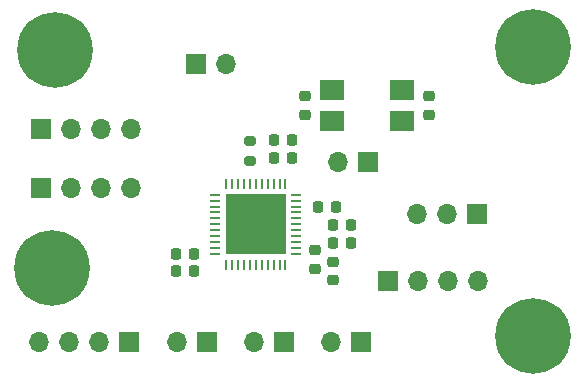
<source format=gbr>
%TF.GenerationSoftware,KiCad,Pcbnew,(6.0.0)*%
%TF.CreationDate,2022-03-17T17:23:03-06:00*%
%TF.ProjectId,FPAA_Starter_Board,46504141-5f53-4746-9172-7465725f426f,rev?*%
%TF.SameCoordinates,Original*%
%TF.FileFunction,Soldermask,Top*%
%TF.FilePolarity,Negative*%
%FSLAX46Y46*%
G04 Gerber Fmt 4.6, Leading zero omitted, Abs format (unit mm)*
G04 Created by KiCad (PCBNEW (6.0.0)) date 2022-03-17 17:23:03*
%MOMM*%
%LPD*%
G01*
G04 APERTURE LIST*
G04 Aperture macros list*
%AMRoundRect*
0 Rectangle with rounded corners*
0 $1 Rounding radius*
0 $2 $3 $4 $5 $6 $7 $8 $9 X,Y pos of 4 corners*
0 Add a 4 corners polygon primitive as box body*
4,1,4,$2,$3,$4,$5,$6,$7,$8,$9,$2,$3,0*
0 Add four circle primitives for the rounded corners*
1,1,$1+$1,$2,$3*
1,1,$1+$1,$4,$5*
1,1,$1+$1,$6,$7*
1,1,$1+$1,$8,$9*
0 Add four rect primitives between the rounded corners*
20,1,$1+$1,$2,$3,$4,$5,0*
20,1,$1+$1,$4,$5,$6,$7,0*
20,1,$1+$1,$6,$7,$8,$9,0*
20,1,$1+$1,$8,$9,$2,$3,0*%
G04 Aperture macros list end*
%ADD10RoundRect,0.225000X-0.225000X-0.250000X0.225000X-0.250000X0.225000X0.250000X-0.225000X0.250000X0*%
%ADD11R,1.700000X1.700000*%
%ADD12O,1.700000X1.700000*%
%ADD13C,0.800000*%
%ADD14C,6.400000*%
%ADD15RoundRect,0.225000X-0.250000X0.225000X-0.250000X-0.225000X0.250000X-0.225000X0.250000X0.225000X0*%
%ADD16RoundRect,0.225000X0.225000X0.250000X-0.225000X0.250000X-0.225000X-0.250000X0.225000X-0.250000X0*%
%ADD17RoundRect,0.225000X0.250000X-0.225000X0.250000X0.225000X-0.250000X0.225000X-0.250000X-0.225000X0*%
%ADD18R,2.100000X1.700000*%
%ADD19RoundRect,0.200000X-0.275000X0.200000X-0.275000X-0.200000X0.275000X-0.200000X0.275000X0.200000X0*%
%ADD20RoundRect,0.062500X-0.375000X-0.062500X0.375000X-0.062500X0.375000X0.062500X-0.375000X0.062500X0*%
%ADD21RoundRect,0.062500X-0.062500X-0.375000X0.062500X-0.375000X0.062500X0.375000X-0.062500X0.375000X0*%
%ADD22R,5.150000X5.150000*%
G04 APERTURE END LIST*
D10*
%TO.C,C1*%
X128275000Y-106550000D03*
X129825000Y-106550000D03*
%TD*%
D11*
%TO.C,J10*%
X132500000Y-102750000D03*
D12*
X129960000Y-102750000D03*
%TD*%
D13*
%TO.C,H3*%
X148197056Y-91302944D03*
X144802944Y-94697056D03*
D14*
X146500000Y-93000000D03*
D13*
X144802944Y-91302944D03*
X146500000Y-90600000D03*
X148197056Y-94697056D03*
X144100000Y-93000000D03*
X148900000Y-93000000D03*
X146500000Y-95400000D03*
%TD*%
D15*
%TO.C,C8*%
X128050000Y-110250000D03*
X128050000Y-111800000D03*
%TD*%
D11*
%TO.C,J4*%
X104880000Y-105000000D03*
D12*
X107420000Y-105000000D03*
X109960000Y-105000000D03*
X112500000Y-105000000D03*
%TD*%
D13*
%TO.C,H2*%
X103600000Y-93250000D03*
X104302944Y-94947056D03*
X106000000Y-95650000D03*
X107697056Y-91552944D03*
X107697056Y-94947056D03*
X106000000Y-90850000D03*
D14*
X106000000Y-93250000D03*
D13*
X104302944Y-91552944D03*
X108400000Y-93250000D03*
%TD*%
D11*
%TO.C,J5*%
X118860000Y-118010000D03*
D12*
X116320000Y-118010000D03*
%TD*%
D11*
%TO.C,J1*%
X117960000Y-94500000D03*
D12*
X120500000Y-94500000D03*
%TD*%
D10*
%TO.C,C3*%
X129575000Y-109625000D03*
X131125000Y-109625000D03*
%TD*%
D13*
%TO.C,H4*%
X148900000Y-117500000D03*
X146500000Y-115100000D03*
D14*
X146500000Y-117500000D03*
D13*
X144802944Y-119197056D03*
X146500000Y-119900000D03*
X144802944Y-115802944D03*
X148197056Y-115802944D03*
X144100000Y-117500000D03*
X148197056Y-119197056D03*
%TD*%
D11*
%TO.C,J9*%
X131950000Y-118010000D03*
D12*
X129410000Y-118010000D03*
%TD*%
D11*
%TO.C,J7*%
X112300000Y-118000000D03*
D12*
X109760000Y-118000000D03*
X107220000Y-118000000D03*
X104680000Y-118000000D03*
%TD*%
D11*
%TO.C,J2*%
X141750000Y-107200000D03*
D12*
X139210000Y-107200000D03*
X136670000Y-107200000D03*
%TD*%
D15*
%TO.C,C9*%
X129575000Y-111200000D03*
X129575000Y-112750000D03*
%TD*%
D16*
%TO.C,C7*%
X117800000Y-112010000D03*
X116250000Y-112010000D03*
%TD*%
D10*
%TO.C,C4*%
X124535000Y-102460000D03*
X126085000Y-102460000D03*
%TD*%
D16*
%TO.C,C6*%
X117800000Y-110510000D03*
X116250000Y-110510000D03*
%TD*%
D10*
%TO.C,C5*%
X124535000Y-100910000D03*
X126085000Y-100910000D03*
%TD*%
D17*
%TO.C,C10*%
X137700000Y-98750000D03*
X137700000Y-97200000D03*
%TD*%
D18*
%TO.C,Y1*%
X135400000Y-96625000D03*
X129500000Y-96625000D03*
X129500000Y-99325000D03*
X135400000Y-99325000D03*
%TD*%
D10*
%TO.C,C2*%
X129575000Y-108100000D03*
X131125000Y-108100000D03*
%TD*%
D19*
%TO.C,R1*%
X122500000Y-101000000D03*
X122500000Y-102650000D03*
%TD*%
D17*
%TO.C,C11*%
X127200000Y-98750000D03*
X127200000Y-97200000D03*
%TD*%
D11*
%TO.C,J8*%
X134200000Y-112800000D03*
D12*
X136740000Y-112800000D03*
X139280000Y-112800000D03*
X141820000Y-112800000D03*
%TD*%
D14*
%TO.C,H1*%
X105750000Y-111750000D03*
D13*
X105750000Y-114150000D03*
X104052944Y-110052944D03*
X107447056Y-113447056D03*
X103350000Y-111750000D03*
X105750000Y-109350000D03*
X108150000Y-111750000D03*
X107447056Y-110052944D03*
X104052944Y-113447056D03*
%TD*%
D11*
%TO.C,J6*%
X125390000Y-118020000D03*
D12*
X122850000Y-118020000D03*
%TD*%
D20*
%TO.C,U1*%
X119597500Y-105535000D03*
X119597500Y-106035000D03*
X119597500Y-106535000D03*
X119597500Y-107035000D03*
X119597500Y-107535000D03*
X119597500Y-108035000D03*
X119597500Y-108535000D03*
X119597500Y-109035000D03*
X119597500Y-109535000D03*
X119597500Y-110035000D03*
X119597500Y-110535000D03*
D21*
X120535000Y-111472500D03*
X121035000Y-111472500D03*
X121535000Y-111472500D03*
X122035000Y-111472500D03*
X122535000Y-111472500D03*
X123035000Y-111472500D03*
X123535000Y-111472500D03*
X124035000Y-111472500D03*
X124535000Y-111472500D03*
X125035000Y-111472500D03*
X125535000Y-111472500D03*
D20*
X126472500Y-110535000D03*
X126472500Y-110035000D03*
X126472500Y-109535000D03*
X126472500Y-109035000D03*
X126472500Y-108535000D03*
X126472500Y-108035000D03*
X126472500Y-107535000D03*
X126472500Y-107035000D03*
X126472500Y-106535000D03*
X126472500Y-106035000D03*
X126472500Y-105535000D03*
D21*
X125535000Y-104597500D03*
X125035000Y-104597500D03*
X124535000Y-104597500D03*
X124035000Y-104597500D03*
X123535000Y-104597500D03*
X123035000Y-104597500D03*
X122535000Y-104597500D03*
X122035000Y-104597500D03*
X121535000Y-104597500D03*
X121035000Y-104597500D03*
X120535000Y-104597500D03*
D22*
X123035000Y-108035000D03*
%TD*%
D11*
%TO.C,J3*%
X104830000Y-100000000D03*
D12*
X107370000Y-100000000D03*
X109910000Y-100000000D03*
X112450000Y-100000000D03*
%TD*%
M02*

</source>
